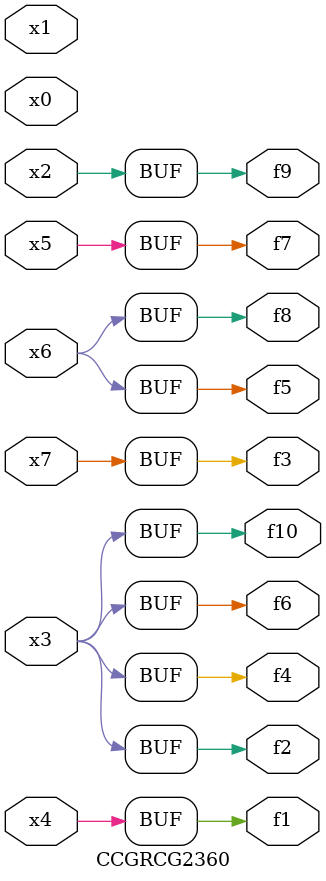
<source format=v>
module CCGRCG2360(
	input x0, x1, x2, x3, x4, x5, x6, x7,
	output f1, f2, f3, f4, f5, f6, f7, f8, f9, f10
);
	assign f1 = x4;
	assign f2 = x3;
	assign f3 = x7;
	assign f4 = x3;
	assign f5 = x6;
	assign f6 = x3;
	assign f7 = x5;
	assign f8 = x6;
	assign f9 = x2;
	assign f10 = x3;
endmodule

</source>
